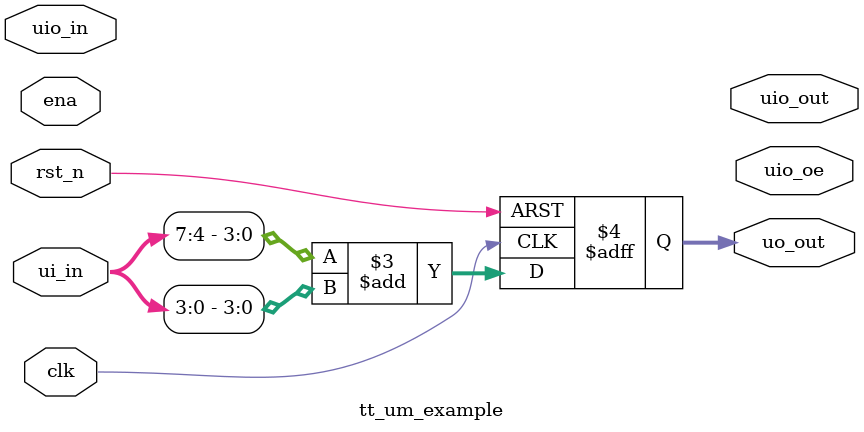
<source format=v>
/*
 * Copyright (c) 2024 Your Name
 * SPDX-License-Identifier: Apache-2.0
 */

`default_nettype none

module tt_um_example (
    input  wire [7:0] ui_in,    // Dedicated inputs
    output wire [7:0] uo_out,   // Dedicated outputs
    input  wire [7:0] uio_in,   // IOs: Input path
    output wire [7:0] uio_out,  // IOs: Output path
    output wire [7:0] uio_oe,   // IOs: Enable path (active high: 0=input, 1=output)
    input  wire       ena,      // always 1 when the design is powered, so you can ignore it
    input  wire       clk,      // clock
    input  wire       rst_n     // reset_n - low to reset
);


    wire reset = ~rst_n;

    always @(posedge clk or posedge reset) begin
        if (reset) begin
            uo_out <= 0;
        end else begin
            uo_out <= ui_in[7:4] + ui_in[3:0];
        end
    end


endmodule

</source>
